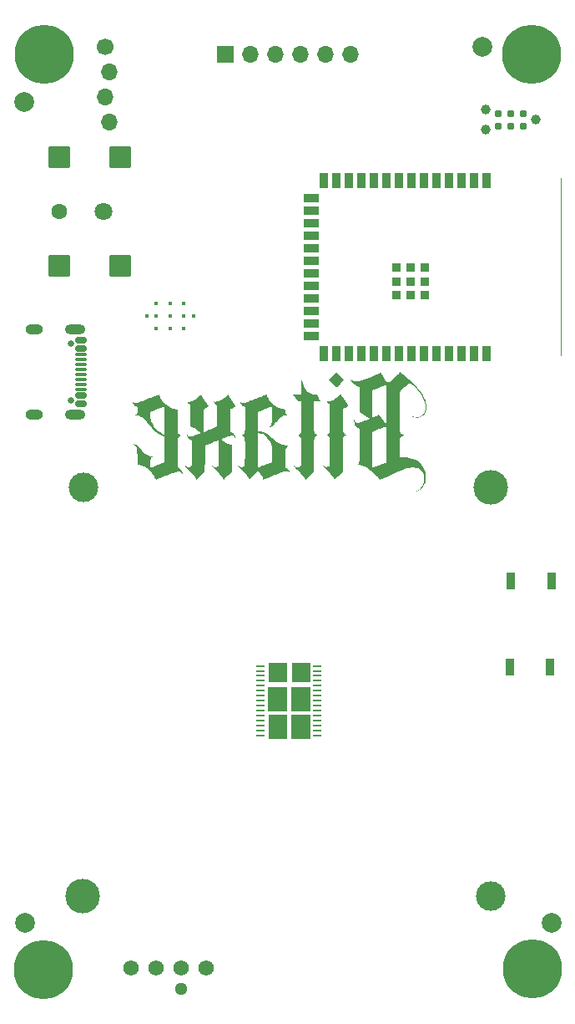
<source format=gbr>
%TF.GenerationSoftware,KiCad,Pcbnew,8.0.1*%
%TF.CreationDate,2024-06-21T14:23:06+08:00*%
%TF.ProjectId,bitaxeSupra,62697461-7865-4537-9570-72612e6b6963,rev?*%
%TF.SameCoordinates,Original*%
%TF.FileFunction,Soldermask,Bot*%
%TF.FilePolarity,Negative*%
%FSLAX46Y46*%
G04 Gerber Fmt 4.6, Leading zero omitted, Abs format (unit mm)*
G04 Created by KiCad (PCBNEW 8.0.1) date 2024-06-21 14:23:06*
%MOMM*%
%LPD*%
G01*
G04 APERTURE LIST*
G04 Aperture macros list*
%AMRoundRect*
0 Rectangle with rounded corners*
0 $1 Rounding radius*
0 $2 $3 $4 $5 $6 $7 $8 $9 X,Y pos of 4 corners*
0 Add a 4 corners polygon primitive as box body*
4,1,4,$2,$3,$4,$5,$6,$7,$8,$9,$2,$3,0*
0 Add four circle primitives for the rounded corners*
1,1,$1+$1,$2,$3*
1,1,$1+$1,$4,$5*
1,1,$1+$1,$6,$7*
1,1,$1+$1,$8,$9*
0 Add four rect primitives between the rounded corners*
20,1,$1+$1,$2,$3,$4,$5,0*
20,1,$1+$1,$4,$5,$6,$7,0*
20,1,$1+$1,$6,$7,$8,$9,0*
20,1,$1+$1,$8,$9,$2,$3,0*%
G04 Aperture macros list end*
%ADD10C,0.120000*%
%ADD11C,0.000000*%
%ADD12C,3.000000*%
%ADD13C,0.800000*%
%ADD14C,6.000000*%
%ADD15R,1.700000X1.700000*%
%ADD16O,1.700000X1.700000*%
%ADD17C,3.500000*%
%ADD18C,0.400000*%
%ADD19C,1.295400*%
%ADD20C,1.574800*%
%ADD21C,1.700000*%
%ADD22C,2.000000*%
%ADD23C,0.650000*%
%ADD24RoundRect,0.150000X0.425000X-0.150000X0.425000X0.150000X-0.425000X0.150000X-0.425000X-0.150000X0*%
%ADD25RoundRect,0.075000X0.500000X-0.075000X0.500000X0.075000X-0.500000X0.075000X-0.500000X-0.075000X0*%
%ADD26O,1.800000X1.000000*%
%ADD27O,2.100000X1.000000*%
%ADD28R,0.900000X1.500000*%
%ADD29R,1.500000X0.900000*%
%ADD30R,0.900000X0.900000*%
%ADD31C,0.990600*%
%ADD32C,0.787400*%
%ADD33RoundRect,0.055250X0.340750X0.055250X-0.340750X0.055250X-0.340750X-0.055250X0.340750X-0.055250X0*%
%ADD34C,1.600000*%
%ADD35C,1.800000*%
%ADD36RoundRect,0.102000X1.000000X-1.000000X1.000000X1.000000X-1.000000X1.000000X-1.000000X-1.000000X0*%
%ADD37R,0.900000X1.800000*%
G04 APERTURE END LIST*
D10*
%TO.C,U4*%
X133180000Y-81610000D02*
X133180000Y-63610000D01*
%TO.C,U8*%
X105320562Y-112746000D02*
X103540562Y-112746000D01*
X103540562Y-114616000D01*
X105320562Y-114616000D01*
X105320562Y-112746000D01*
G36*
X105320562Y-112746000D02*
G01*
X103540562Y-112746000D01*
X103540562Y-114616000D01*
X105320562Y-114616000D01*
X105320562Y-112746000D01*
G37*
X105320562Y-115206000D02*
X103520562Y-115206000D01*
X103520562Y-117566000D01*
X105320562Y-117566000D01*
X105320562Y-115206000D01*
G36*
X105320562Y-115206000D02*
G01*
X103520562Y-115206000D01*
X103520562Y-117566000D01*
X105320562Y-117566000D01*
X105320562Y-115206000D01*
G37*
X105340562Y-118016000D02*
X103540562Y-118016000D01*
X103540562Y-120376000D01*
X105340562Y-120376000D01*
X105340562Y-118016000D01*
G36*
X105340562Y-118016000D02*
G01*
X103540562Y-118016000D01*
X103540562Y-120376000D01*
X105340562Y-120376000D01*
X105340562Y-118016000D01*
G37*
X107690562Y-112746000D02*
X105910562Y-112746000D01*
X105910562Y-114626000D01*
X107690562Y-114626000D01*
X107690562Y-112746000D01*
G36*
X107690562Y-112746000D02*
G01*
X105910562Y-112746000D01*
X105910562Y-114626000D01*
X107690562Y-114626000D01*
X107690562Y-112746000D01*
G37*
X107690562Y-115196000D02*
X105890562Y-115196000D01*
X105890562Y-117556000D01*
X107690562Y-117556000D01*
X107690562Y-115196000D01*
G36*
X107690562Y-115196000D02*
G01*
X105890562Y-115196000D01*
X105890562Y-117556000D01*
X107690562Y-117556000D01*
X107690562Y-115196000D01*
G37*
X107690562Y-118016000D02*
X105890562Y-118016000D01*
X105890562Y-120376000D01*
X107690562Y-120376000D01*
X107690562Y-118016000D01*
G36*
X107690562Y-118016000D02*
G01*
X105890562Y-118016000D01*
X105890562Y-120376000D01*
X107690562Y-120376000D01*
X107690562Y-118016000D01*
G37*
D11*
%TO.C,G\u002A\u002A\u002A*%
G36*
X110835225Y-83669191D02*
G01*
X111225774Y-84059740D01*
X110840646Y-84445290D01*
X110743775Y-84541920D01*
X110649131Y-84635592D01*
X110567917Y-84715197D01*
X110504115Y-84776859D01*
X110461707Y-84816699D01*
X110444677Y-84830841D01*
X110429633Y-84818501D01*
X110388808Y-84780268D01*
X110326321Y-84719953D01*
X110246154Y-84641434D01*
X110152289Y-84548587D01*
X110048708Y-84445290D01*
X109663579Y-84059740D01*
X110054128Y-83669191D01*
X110444677Y-83278642D01*
X110835225Y-83669191D01*
G37*
G36*
X106952962Y-84218195D02*
G01*
X107012788Y-84384727D01*
X107130174Y-84656382D01*
X107260097Y-84893409D01*
X107401616Y-85094547D01*
X107553792Y-85258537D01*
X107715685Y-85384116D01*
X107886356Y-85470027D01*
X107916657Y-85479077D01*
X107996489Y-85494470D01*
X108098933Y-85507422D01*
X108211773Y-85516200D01*
X108448024Y-85528872D01*
X108633717Y-85851383D01*
X108687239Y-85945026D01*
X108740061Y-86039000D01*
X108781920Y-86115205D01*
X108809482Y-86167559D01*
X108819410Y-86189981D01*
X108812654Y-86193248D01*
X108772106Y-86198329D01*
X108701063Y-86202393D01*
X108606604Y-86205090D01*
X108495806Y-86206067D01*
X108172203Y-86206067D01*
X108178046Y-87763614D01*
X108179056Y-88029567D01*
X108180108Y-88286071D01*
X108181182Y-88506491D01*
X108182369Y-88693760D01*
X108183761Y-88850811D01*
X108185446Y-88980576D01*
X108187518Y-89085988D01*
X108190065Y-89169980D01*
X108193180Y-89235484D01*
X108196952Y-89285434D01*
X108201474Y-89322762D01*
X108206835Y-89350400D01*
X108213126Y-89371282D01*
X108220439Y-89388341D01*
X108228864Y-89404508D01*
X108261787Y-89457864D01*
X108349332Y-89557893D01*
X108450475Y-89629877D01*
X108508694Y-89659932D01*
X108417585Y-89713326D01*
X108319765Y-89792653D01*
X108242377Y-89900266D01*
X108195128Y-90023485D01*
X108193591Y-90033321D01*
X108189824Y-90086905D01*
X108186397Y-90179408D01*
X108183334Y-90308844D01*
X108180661Y-90473224D01*
X108178401Y-90670562D01*
X108176578Y-90898870D01*
X108175218Y-91156162D01*
X108174344Y-91440449D01*
X108173980Y-91749745D01*
X108173471Y-93386531D01*
X107742630Y-93787538D01*
X107311790Y-94188545D01*
X107277386Y-94097910D01*
X107247290Y-94032073D01*
X107177868Y-93916154D01*
X107082976Y-93783702D01*
X106967059Y-93640128D01*
X106834561Y-93490847D01*
X106689927Y-93341272D01*
X106537600Y-93196816D01*
X106483754Y-93146978D01*
X106402109Y-93067371D01*
X106327474Y-92990122D01*
X106262576Y-92918696D01*
X106210143Y-92856560D01*
X106172904Y-92807181D01*
X106153586Y-92774024D01*
X106154918Y-92760556D01*
X106179628Y-92770243D01*
X106230444Y-92806551D01*
X106299366Y-92857410D01*
X106369454Y-92896819D01*
X106436950Y-92916253D01*
X106516137Y-92921454D01*
X106532152Y-92921097D01*
X106642284Y-92901731D01*
X106745371Y-92857661D01*
X106824867Y-92795630D01*
X106826684Y-92793536D01*
X106833773Y-92782700D01*
X106839814Y-92766544D01*
X106844873Y-92742039D01*
X106849018Y-92706155D01*
X106852314Y-92655863D01*
X106854829Y-92588133D01*
X106856628Y-92499937D01*
X106857778Y-92388244D01*
X106858346Y-92250025D01*
X106858398Y-92082251D01*
X106858000Y-91881892D01*
X106857219Y-91645920D01*
X106856122Y-91371304D01*
X106850337Y-89987937D01*
X106790861Y-89886750D01*
X106733692Y-89809469D01*
X106627929Y-89721251D01*
X106524473Y-89656939D01*
X106595168Y-89620671D01*
X106660367Y-89577358D01*
X106737556Y-89503287D01*
X106800898Y-89418954D01*
X106838416Y-89338263D01*
X106840403Y-89327806D01*
X106845101Y-89272011D01*
X106849184Y-89174805D01*
X106852651Y-89036374D01*
X106855498Y-88856905D01*
X106857723Y-88636583D01*
X106859323Y-88375593D01*
X106860296Y-88074124D01*
X106860639Y-87732359D01*
X106860755Y-86206067D01*
X106708307Y-86206067D01*
X106555859Y-86206067D01*
X106282673Y-85867470D01*
X106009487Y-85528872D01*
X106435121Y-85523240D01*
X106860755Y-85517608D01*
X106861024Y-84731444D01*
X106861292Y-83945279D01*
X106952962Y-84218195D01*
G37*
G36*
X110875684Y-85508401D02*
G01*
X110901173Y-85546235D01*
X110945271Y-85612062D01*
X111005209Y-85701741D01*
X111078222Y-85811131D01*
X111161542Y-85936090D01*
X111252402Y-86072478D01*
X111628268Y-86636921D01*
X111578013Y-86701135D01*
X111533263Y-86747758D01*
X111443903Y-86815237D01*
X111334780Y-86877924D01*
X111218190Y-86928062D01*
X111111453Y-86965971D01*
X111111453Y-88107771D01*
X111111446Y-88275760D01*
X111111559Y-88507622D01*
X111112114Y-88703489D01*
X111113445Y-88866832D01*
X111115885Y-89001120D01*
X111119767Y-89109823D01*
X111125425Y-89196412D01*
X111133192Y-89264355D01*
X111143400Y-89317123D01*
X111156384Y-89358185D01*
X111172477Y-89391011D01*
X111192011Y-89419071D01*
X111215321Y-89445835D01*
X111242739Y-89474772D01*
X111256864Y-89488805D01*
X111322178Y-89541654D01*
X111387734Y-89580913D01*
X111466066Y-89616790D01*
X111381498Y-89654924D01*
X111375494Y-89657712D01*
X111281872Y-89720387D01*
X111198671Y-89808646D01*
X111140101Y-89907615D01*
X111138050Y-89913353D01*
X111132956Y-89936914D01*
X111128511Y-89974168D01*
X111124674Y-90027659D01*
X111121401Y-90099929D01*
X111118649Y-90193524D01*
X111116374Y-90310985D01*
X111114534Y-90454858D01*
X111113085Y-90627686D01*
X111111983Y-90832012D01*
X111111187Y-91070380D01*
X111110652Y-91345334D01*
X111110335Y-91659417D01*
X111109217Y-93342654D01*
X110688391Y-93742728D01*
X110674494Y-93755934D01*
X110565705Y-93858938D01*
X110467267Y-93951493D01*
X110383136Y-94029930D01*
X110317265Y-94090579D01*
X110273609Y-94129771D01*
X110256123Y-94143836D01*
X110253726Y-94142893D01*
X110237968Y-94118544D01*
X110218096Y-94071351D01*
X110201334Y-94030446D01*
X110153397Y-93941437D01*
X110083781Y-93838666D01*
X109990413Y-93719559D01*
X109871219Y-93581541D01*
X109724123Y-93422036D01*
X109547051Y-93238470D01*
X109543132Y-93234475D01*
X109396872Y-93084228D01*
X109277197Y-92958886D01*
X109184596Y-92859026D01*
X109119552Y-92785223D01*
X109082554Y-92738053D01*
X109074086Y-92718092D01*
X109094636Y-92725916D01*
X109144690Y-92762100D01*
X109161332Y-92775007D01*
X109222126Y-92820072D01*
X109267670Y-92847117D01*
X109311821Y-92863145D01*
X109368432Y-92875156D01*
X109424247Y-92880245D01*
X109532354Y-92868158D01*
X109635541Y-92832791D01*
X109716601Y-92778902D01*
X109777901Y-92720173D01*
X109777784Y-91364474D01*
X109777450Y-91061641D01*
X109776407Y-90777058D01*
X109774652Y-90533703D01*
X109772182Y-90331350D01*
X109768993Y-90169770D01*
X109765081Y-90048738D01*
X109760444Y-89968026D01*
X109755076Y-89927406D01*
X109729641Y-89873164D01*
X109684106Y-89807892D01*
X109627056Y-89741021D01*
X109567001Y-89681715D01*
X109512452Y-89639140D01*
X109471918Y-89622460D01*
X109461738Y-89621456D01*
X109460241Y-89611288D01*
X109496605Y-89588775D01*
X109590651Y-89524440D01*
X109677420Y-89436473D01*
X109738314Y-89341998D01*
X109739156Y-89340168D01*
X109746794Y-89321373D01*
X109753334Y-89298885D01*
X109758862Y-89269539D01*
X109763465Y-89230169D01*
X109767229Y-89177612D01*
X109770239Y-89108701D01*
X109772582Y-89020272D01*
X109774344Y-88909160D01*
X109775610Y-88772200D01*
X109776467Y-88606226D01*
X109777001Y-88408073D01*
X109777298Y-88174578D01*
X109777443Y-87902574D01*
X109777901Y-86546497D01*
X109723429Y-86517344D01*
X109717003Y-86513566D01*
X109670874Y-86477206D01*
X109611948Y-86421367D01*
X109551012Y-86357292D01*
X109498855Y-86296221D01*
X109466268Y-86249396D01*
X109462396Y-86239552D01*
X109467939Y-86227474D01*
X109494743Y-86220368D01*
X109549610Y-86216913D01*
X109639339Y-86215787D01*
X109644743Y-86215764D01*
X109745420Y-86213103D01*
X109821565Y-86204306D01*
X109889472Y-86186406D01*
X109965431Y-86156439D01*
X110083913Y-86098122D01*
X110261573Y-85989272D01*
X110451696Y-85850389D01*
X110649303Y-85684906D01*
X110675153Y-85662002D01*
X110750198Y-85596617D01*
X110811604Y-85544759D01*
X110853607Y-85511228D01*
X110870442Y-85500822D01*
X110875684Y-85508401D01*
G37*
G36*
X94321726Y-88203688D02*
G01*
X94327450Y-89345307D01*
X94390708Y-89447836D01*
X94449755Y-89524977D01*
X94562645Y-89615543D01*
X94671323Y-89680721D01*
X94606011Y-89707774D01*
X94543402Y-89739855D01*
X94442182Y-89826730D01*
X94366349Y-89945412D01*
X94317438Y-90050447D01*
X94317235Y-91492995D01*
X94317031Y-92935544D01*
X94374332Y-92949316D01*
X94504813Y-92999651D01*
X94623731Y-93085425D01*
X94720321Y-93199404D01*
X94789662Y-93335721D01*
X94826830Y-93488511D01*
X94839564Y-93592695D01*
X94798954Y-93519767D01*
X94767864Y-93468659D01*
X94696223Y-93385706D01*
X94612548Y-93336540D01*
X94509179Y-93315767D01*
X94396328Y-93317778D01*
X94279739Y-93339423D01*
X94277012Y-93340249D01*
X94230067Y-93356189D01*
X94151537Y-93384567D01*
X94045832Y-93423686D01*
X93917364Y-93471846D01*
X93770541Y-93527347D01*
X93609773Y-93588491D01*
X93439472Y-93653579D01*
X93264047Y-93720910D01*
X93087908Y-93788787D01*
X92915465Y-93855510D01*
X92751128Y-93919380D01*
X92599308Y-93978697D01*
X92464414Y-94031763D01*
X92350857Y-94076879D01*
X92263046Y-94112345D01*
X92205393Y-94136462D01*
X92182306Y-94147531D01*
X92156950Y-94162429D01*
X92123410Y-94161789D01*
X92108335Y-94137849D01*
X92107708Y-94130648D01*
X92092011Y-94080784D01*
X92058316Y-94005401D01*
X92010789Y-93911903D01*
X91953592Y-93807696D01*
X91890888Y-93700184D01*
X91826843Y-93596772D01*
X91765618Y-93504865D01*
X91711378Y-93431868D01*
X91633746Y-93341345D01*
X91428675Y-93144290D01*
X91199837Y-92976294D01*
X90952588Y-92840495D01*
X90692285Y-92740029D01*
X90424283Y-92678034D01*
X90264283Y-92653320D01*
X90251592Y-91883221D01*
X90250405Y-91812732D01*
X90246370Y-91603183D01*
X90241813Y-91429431D01*
X90236204Y-91286956D01*
X90229012Y-91171235D01*
X90219709Y-91077750D01*
X90207764Y-91001978D01*
X90192648Y-90939400D01*
X90173831Y-90885494D01*
X90150784Y-90835740D01*
X90122975Y-90785617D01*
X90120847Y-90782042D01*
X90055158Y-90699440D01*
X89968535Y-90624924D01*
X89878803Y-90573944D01*
X89873811Y-90570360D01*
X89893019Y-90568784D01*
X89941313Y-90573315D01*
X90042375Y-90597494D01*
X90160102Y-90644707D01*
X90275032Y-90706919D01*
X90371015Y-90776491D01*
X90398820Y-90803695D01*
X90454315Y-90864996D01*
X90523987Y-90947126D01*
X90601656Y-91042752D01*
X90681141Y-91144537D01*
X90734840Y-91213508D01*
X90818912Y-91317242D01*
X90899591Y-91412229D01*
X90969785Y-91490190D01*
X91022398Y-91542845D01*
X91062638Y-91577211D01*
X91215232Y-91682141D01*
X91381116Y-91762486D01*
X91549910Y-91813887D01*
X91711234Y-91831990D01*
X91805458Y-91831990D01*
X91727919Y-91884679D01*
X91726511Y-91885637D01*
X91680191Y-91919536D01*
X91644507Y-91954123D01*
X91617967Y-91995254D01*
X91599082Y-92048782D01*
X91586361Y-92120563D01*
X91578314Y-92216452D01*
X91573451Y-92342305D01*
X91570280Y-92503975D01*
X91570271Y-92504579D01*
X91568454Y-92654882D01*
X91568425Y-92767967D01*
X91570389Y-92848244D01*
X91574549Y-92900125D01*
X91581111Y-92928019D01*
X91590277Y-92936337D01*
X91591076Y-92936279D01*
X91620124Y-92927830D01*
X91682001Y-92906515D01*
X91771195Y-92874430D01*
X91882191Y-92833666D01*
X92009476Y-92786318D01*
X92147538Y-92734478D01*
X92290864Y-92680241D01*
X92433940Y-92625699D01*
X92571254Y-92572945D01*
X92697292Y-92524073D01*
X92806541Y-92481175D01*
X92893488Y-92446347D01*
X92952621Y-92421679D01*
X92978425Y-92409267D01*
X92980554Y-92406582D01*
X92985763Y-92388149D01*
X92990120Y-92351420D01*
X92993668Y-92293796D01*
X92996447Y-92212681D01*
X92998497Y-92105477D01*
X92999861Y-91969587D01*
X93000578Y-91802416D01*
X93000690Y-91601364D01*
X93000238Y-91363836D01*
X92999262Y-91087234D01*
X92993897Y-89785247D01*
X92845552Y-89747576D01*
X92795197Y-89733623D01*
X92584188Y-89650458D01*
X92373511Y-89528486D01*
X92166508Y-89369879D01*
X91966522Y-89176806D01*
X91954304Y-89163562D01*
X91894802Y-89097043D01*
X91816697Y-89007551D01*
X91726200Y-88902295D01*
X91629520Y-88788485D01*
X91532865Y-88673329D01*
X91411974Y-88529984D01*
X91249584Y-88344170D01*
X91104594Y-88187826D01*
X90973619Y-88057822D01*
X90853274Y-87951029D01*
X90740175Y-87864315D01*
X90630938Y-87794552D01*
X90522177Y-87738608D01*
X90514875Y-87735308D01*
X90404294Y-87692014D01*
X90286919Y-87656257D01*
X90177336Y-87631939D01*
X90090130Y-87622966D01*
X90018498Y-87622966D01*
X90056588Y-87597653D01*
X91567307Y-87597653D01*
X91567708Y-87650108D01*
X91576720Y-87862890D01*
X91599702Y-88047668D01*
X91639589Y-88214539D01*
X91699311Y-88373600D01*
X91781803Y-88534948D01*
X91889995Y-88708680D01*
X91917006Y-88748242D01*
X92050892Y-88921724D01*
X92203075Y-89088150D01*
X92366516Y-89241311D01*
X92534179Y-89374999D01*
X92699026Y-89483007D01*
X92854021Y-89559125D01*
X92900901Y-89576869D01*
X92955065Y-89595307D01*
X92984250Y-89602457D01*
X92987222Y-89592193D01*
X92991070Y-89543051D01*
X92994468Y-89454586D01*
X92997396Y-89328175D01*
X92999836Y-89165195D01*
X93001767Y-88967024D01*
X93003170Y-88735040D01*
X93004026Y-88470619D01*
X93004316Y-88175140D01*
X93004259Y-88026074D01*
X93003937Y-87793751D01*
X93003352Y-87576138D01*
X93002527Y-87376604D01*
X93001489Y-87198520D01*
X93000260Y-87045257D01*
X92998866Y-86920185D01*
X92997331Y-86826675D01*
X92995680Y-86768097D01*
X92993937Y-86747822D01*
X92991503Y-86748422D01*
X92959821Y-86759684D01*
X92896275Y-86783599D01*
X92806237Y-86818064D01*
X92695077Y-86860979D01*
X92568166Y-86910239D01*
X92430874Y-86963742D01*
X92288571Y-87019386D01*
X92146628Y-87075069D01*
X92010417Y-87128688D01*
X91885306Y-87178140D01*
X91776668Y-87221323D01*
X91689872Y-87256135D01*
X91630289Y-87280473D01*
X91603290Y-87292234D01*
X91594124Y-87298428D01*
X91582050Y-87315882D01*
X91574136Y-87347708D01*
X91569576Y-87400731D01*
X91567568Y-87481772D01*
X91567307Y-87597653D01*
X90056588Y-87597653D01*
X90089298Y-87575915D01*
X90109228Y-87560563D01*
X90163325Y-87502836D01*
X90206982Y-87436061D01*
X90217845Y-87413574D01*
X90233814Y-87371933D01*
X90244274Y-87324765D01*
X90250353Y-87263036D01*
X90253174Y-87177714D01*
X90253865Y-87059764D01*
X90253865Y-86776270D01*
X90143230Y-86741395D01*
X90058403Y-86706242D01*
X89939051Y-86622638D01*
X89843108Y-86510508D01*
X89775444Y-86376095D01*
X89740927Y-86225641D01*
X89729100Y-86112301D01*
X89775716Y-86202561D01*
X89838802Y-86289077D01*
X89932429Y-86361967D01*
X90039340Y-86403558D01*
X90070304Y-86406574D01*
X90146405Y-86401553D01*
X90233759Y-86384628D01*
X90243350Y-86381914D01*
X90296052Y-86364473D01*
X90379854Y-86334744D01*
X90490374Y-86294407D01*
X90623228Y-86245146D01*
X90774034Y-86188642D01*
X90938409Y-86126576D01*
X91111969Y-86060630D01*
X91290333Y-85992487D01*
X91469118Y-85923827D01*
X91643940Y-85856333D01*
X91810416Y-85791686D01*
X91964165Y-85731569D01*
X92100803Y-85677662D01*
X92215947Y-85631648D01*
X92305215Y-85595208D01*
X92364223Y-85570025D01*
X92388590Y-85557779D01*
X92414471Y-85541528D01*
X92448806Y-85549415D01*
X92472066Y-85595165D01*
X92475889Y-85607757D01*
X92497208Y-85662159D01*
X92530356Y-85736720D01*
X92569968Y-85819160D01*
X92595756Y-85869606D01*
X92758633Y-86140535D01*
X92945653Y-86377530D01*
X93156687Y-86580498D01*
X93391607Y-86749341D01*
X93650281Y-86883965D01*
X93932582Y-86984274D01*
X94238379Y-87050172D01*
X94316002Y-87062069D01*
X94321583Y-88175140D01*
X94321726Y-88203688D01*
G37*
G36*
X105245907Y-92057041D02*
G01*
X105245907Y-92917613D01*
X105370928Y-92967812D01*
X105430008Y-92995089D01*
X105554364Y-93083226D01*
X105649593Y-93200838D01*
X105714408Y-93346505D01*
X105734620Y-93417897D01*
X105750000Y-93484787D01*
X105755573Y-93527171D01*
X105753328Y-93550543D01*
X105743744Y-93547509D01*
X105721785Y-93509348D01*
X105693905Y-93462287D01*
X105611304Y-93368746D01*
X105512841Y-93310573D01*
X105402588Y-93290562D01*
X105354520Y-93295517D01*
X105280084Y-93309868D01*
X105198761Y-93330325D01*
X105196858Y-93330871D01*
X105147588Y-93346997D01*
X105066904Y-93375570D01*
X104959208Y-93414896D01*
X104828901Y-93463281D01*
X104680384Y-93519031D01*
X104518060Y-93580452D01*
X104346329Y-93645850D01*
X104169594Y-93713530D01*
X103992255Y-93781799D01*
X103818714Y-93848961D01*
X103653373Y-93913324D01*
X103500633Y-93973193D01*
X103364896Y-94026874D01*
X103250563Y-94072673D01*
X103162036Y-94108895D01*
X103103716Y-94133846D01*
X103080005Y-94145833D01*
X103066191Y-94157840D01*
X103049936Y-94160477D01*
X103033194Y-94141356D01*
X103011533Y-94094620D01*
X102980518Y-94014414D01*
X102957215Y-93956363D01*
X102865871Y-93771175D01*
X102749948Y-93583181D01*
X102617823Y-93406421D01*
X102498437Y-93261820D01*
X102054938Y-93718972D01*
X102010996Y-93764104D01*
X101902447Y-93874102D01*
X101806275Y-93969421D01*
X101725747Y-94046955D01*
X101664126Y-94103597D01*
X101624678Y-94136240D01*
X101610667Y-94141776D01*
X101610188Y-94135996D01*
X101594021Y-94084945D01*
X101558675Y-94011146D01*
X101509185Y-93923607D01*
X101450586Y-93831333D01*
X101387913Y-93743331D01*
X101356524Y-93704912D01*
X101294815Y-93634712D01*
X101213091Y-93545222D01*
X101116602Y-93442104D01*
X101010600Y-93331021D01*
X100900335Y-93217634D01*
X100861484Y-93178017D01*
X100728732Y-93041405D01*
X100625077Y-92932341D01*
X100549720Y-92849813D01*
X100501860Y-92792811D01*
X100480696Y-92760325D01*
X100485428Y-92751343D01*
X100515255Y-92764856D01*
X100569376Y-92799853D01*
X100621986Y-92833797D01*
X100684304Y-92868648D01*
X100728345Y-92887115D01*
X100754000Y-92891983D01*
X100854280Y-92890795D01*
X100963060Y-92865032D01*
X101063798Y-92818099D01*
X101161904Y-92757447D01*
X101167267Y-91417164D01*
X101167527Y-91347696D01*
X101167849Y-91206887D01*
X102485038Y-91206887D01*
X102485101Y-91363235D01*
X102485493Y-91620762D01*
X102486217Y-91864144D01*
X102487246Y-92090323D01*
X102488553Y-92296239D01*
X102490109Y-92478834D01*
X102491887Y-92635049D01*
X102493859Y-92761825D01*
X102495998Y-92856105D01*
X102498276Y-92914828D01*
X102500665Y-92934936D01*
X102519082Y-92928771D01*
X102572479Y-92909080D01*
X102656175Y-92877532D01*
X102765668Y-92835843D01*
X102896456Y-92785727D01*
X103044036Y-92728899D01*
X103203906Y-92667074D01*
X103891518Y-92400612D01*
X103896970Y-91570235D01*
X103898110Y-91398476D01*
X103899062Y-91211383D01*
X103898896Y-91057340D01*
X103897027Y-90931497D01*
X103892866Y-90829007D01*
X103885829Y-90745021D01*
X103875328Y-90674692D01*
X103860777Y-90613171D01*
X103841589Y-90555610D01*
X103817178Y-90497162D01*
X103786957Y-90432977D01*
X103750340Y-90358209D01*
X103710480Y-90281669D01*
X103588173Y-90089899D01*
X103445758Y-89917878D01*
X103287874Y-89769139D01*
X103119161Y-89647217D01*
X102944256Y-89555645D01*
X102767800Y-89497956D01*
X102594431Y-89477684D01*
X102485038Y-89477437D01*
X102485038Y-91206887D01*
X101167849Y-91206887D01*
X101168186Y-91059654D01*
X101168058Y-90802734D01*
X101167160Y-90578444D01*
X101165509Y-90388289D01*
X101163121Y-90233776D01*
X101160012Y-90116412D01*
X101156200Y-90037703D01*
X101151701Y-89999156D01*
X101146978Y-89983090D01*
X101093056Y-89872002D01*
X101011135Y-89775451D01*
X100912147Y-89706778D01*
X100814920Y-89659712D01*
X100895809Y-89623496D01*
X100952938Y-89589809D01*
X101035424Y-89515822D01*
X101104781Y-89425817D01*
X101148140Y-89334529D01*
X101150874Y-89322142D01*
X101156156Y-89274719D01*
X101160633Y-89197578D01*
X101164335Y-89089011D01*
X101167294Y-88947312D01*
X101169541Y-88770773D01*
X101171107Y-88557687D01*
X101172024Y-88306346D01*
X101172322Y-88015043D01*
X101172322Y-86776270D01*
X101061688Y-86741395D01*
X100976861Y-86706242D01*
X100857509Y-86622638D01*
X100761566Y-86510508D01*
X100693901Y-86376095D01*
X100659385Y-86225641D01*
X100647558Y-86112301D01*
X100694174Y-86202561D01*
X100757393Y-86289208D01*
X100850913Y-86361994D01*
X100957591Y-86403513D01*
X100983192Y-86406375D01*
X101061203Y-86401151D01*
X101155540Y-86381207D01*
X101170133Y-86376746D01*
X101228147Y-86356820D01*
X101318109Y-86324409D01*
X101435294Y-86281315D01*
X101574974Y-86229342D01*
X101732423Y-86170292D01*
X101902914Y-86105966D01*
X102081721Y-86038168D01*
X102264115Y-85968700D01*
X102445372Y-85899364D01*
X102620763Y-85831963D01*
X102785563Y-85768298D01*
X102935043Y-85710173D01*
X103064479Y-85659390D01*
X103169142Y-85617751D01*
X103244306Y-85587059D01*
X103285245Y-85569115D01*
X103316302Y-85554335D01*
X103356014Y-85542142D01*
X103376900Y-85554798D01*
X103390524Y-85595165D01*
X103408235Y-85646507D01*
X103445078Y-85729953D01*
X103494694Y-85830182D01*
X103551983Y-85937350D01*
X103611849Y-86041616D01*
X103669192Y-86133138D01*
X103677407Y-86145375D01*
X103819863Y-86327650D01*
X103991568Y-86501823D01*
X104182778Y-86659787D01*
X104383750Y-86793439D01*
X104584739Y-86894673D01*
X104686352Y-86932559D01*
X104838590Y-86979085D01*
X105001368Y-87019755D01*
X105157351Y-87049874D01*
X105235489Y-87062262D01*
X105235832Y-87212384D01*
X105238365Y-87275518D01*
X105263321Y-87400449D01*
X105316628Y-87498900D01*
X105400372Y-87575467D01*
X105470856Y-87622966D01*
X105389637Y-87623274D01*
X105342452Y-87626378D01*
X105260955Y-87637788D01*
X105176626Y-87654651D01*
X105168801Y-87656518D01*
X105045374Y-87693013D01*
X104931246Y-87742438D01*
X104821443Y-87808680D01*
X104710993Y-87895628D01*
X104594922Y-88007171D01*
X104468254Y-88147195D01*
X104326018Y-88319590D01*
X104282507Y-88373427D01*
X104152540Y-88524765D01*
X104035793Y-88643604D01*
X103927727Y-88733388D01*
X103823802Y-88797564D01*
X103719480Y-88839575D01*
X103610222Y-88862866D01*
X103516457Y-88875353D01*
X103578967Y-88840531D01*
X103614314Y-88819059D01*
X103722445Y-88727057D01*
X103801212Y-88615712D01*
X103817538Y-88582297D01*
X103839986Y-88527551D01*
X103858492Y-88466967D01*
X103873521Y-88396066D01*
X103885538Y-88310368D01*
X103895008Y-88205395D01*
X103902396Y-88076666D01*
X103908168Y-87919703D01*
X103912789Y-87730026D01*
X103916722Y-87503155D01*
X103918938Y-87331049D01*
X103920220Y-87172141D01*
X103920579Y-87031738D01*
X103920037Y-86914473D01*
X103918615Y-86824977D01*
X103916334Y-86767883D01*
X103913217Y-86747822D01*
X103911509Y-86748169D01*
X103881561Y-86758513D01*
X103819409Y-86781673D01*
X103730439Y-86815544D01*
X103620033Y-86858017D01*
X103493574Y-86906988D01*
X103356446Y-86960350D01*
X103214031Y-87015995D01*
X103071713Y-87071817D01*
X102934875Y-87125710D01*
X102808900Y-87175568D01*
X102699172Y-87219283D01*
X102611073Y-87254749D01*
X102549987Y-87279860D01*
X102521297Y-87292509D01*
X102520880Y-87292735D01*
X102512403Y-87299608D01*
X102505397Y-87312441D01*
X102499752Y-87334805D01*
X102495353Y-87370271D01*
X102492090Y-87422410D01*
X102489848Y-87494794D01*
X102488517Y-87590994D01*
X102487983Y-87714581D01*
X102488134Y-87869126D01*
X102488858Y-88058200D01*
X102490041Y-88285376D01*
X102495456Y-89258651D01*
X102682987Y-89271588D01*
X102787792Y-89282177D01*
X102905062Y-89304056D01*
X103019997Y-89338459D01*
X103137092Y-89387853D01*
X103260844Y-89454704D01*
X103395750Y-89541480D01*
X103546306Y-89650647D01*
X103717009Y-89784672D01*
X103912355Y-89946021D01*
X104063378Y-90070861D01*
X104258942Y-90224002D01*
X104436714Y-90350755D01*
X104602421Y-90453993D01*
X104761789Y-90536591D01*
X104920541Y-90601423D01*
X105084404Y-90651362D01*
X105259103Y-90689283D01*
X105450363Y-90718060D01*
X105550635Y-90730584D01*
X105464210Y-90824345D01*
X105416622Y-90883718D01*
X105359239Y-90970458D01*
X105311846Y-91057287D01*
X105245907Y-91196469D01*
X105245907Y-91211383D01*
X105245907Y-92057041D01*
G37*
G36*
X96706501Y-85545981D02*
G01*
X96733746Y-85582419D01*
X96779421Y-85646962D01*
X96840714Y-85735534D01*
X96914811Y-85844058D01*
X96998900Y-85968457D01*
X97090168Y-86104653D01*
X97097526Y-86115680D01*
X97199815Y-86269346D01*
X97281048Y-86392518D01*
X97343387Y-86488969D01*
X97388996Y-86562474D01*
X97420041Y-86616805D01*
X97438685Y-86655736D01*
X97447092Y-86683040D01*
X97447426Y-86702490D01*
X97441852Y-86717861D01*
X97403760Y-86765286D01*
X97336242Y-86823661D01*
X97250643Y-86883879D01*
X97157364Y-86938652D01*
X97066802Y-86980692D01*
X96942462Y-87028906D01*
X96942462Y-88190661D01*
X96942504Y-88337706D01*
X96942711Y-88545010D01*
X96943077Y-88736786D01*
X96943586Y-88909299D01*
X96944219Y-89058812D01*
X96944961Y-89181593D01*
X96945795Y-89273905D01*
X96946704Y-89332013D01*
X96947671Y-89352183D01*
X96947698Y-89352180D01*
X96968225Y-89344530D01*
X97023120Y-89323347D01*
X97108047Y-89290323D01*
X97218668Y-89247151D01*
X97350647Y-89195523D01*
X97499647Y-89137132D01*
X97661330Y-89073671D01*
X98369779Y-88795393D01*
X98362012Y-87708027D01*
X98354244Y-86620662D01*
X98177209Y-86443627D01*
X98175209Y-86441626D01*
X98107799Y-86372952D01*
X98053813Y-86315646D01*
X98018693Y-86275644D01*
X98007881Y-86258886D01*
X98016822Y-86257395D01*
X98057030Y-86260608D01*
X98116841Y-86270096D01*
X98188347Y-86277931D01*
X98338102Y-86265427D01*
X98503088Y-86218008D01*
X98680623Y-86136997D01*
X98868029Y-86023716D01*
X99062626Y-85879484D01*
X99261732Y-85705624D01*
X99334897Y-85639603D01*
X99396864Y-85588785D01*
X99441359Y-85558013D01*
X99462319Y-85551933D01*
X99463756Y-85553759D01*
X99483075Y-85581451D01*
X99521185Y-85637535D01*
X99574657Y-85716869D01*
X99640060Y-85814309D01*
X99713966Y-85924713D01*
X99792943Y-86042938D01*
X99873563Y-86163841D01*
X99952394Y-86282279D01*
X100026007Y-86393110D01*
X100090971Y-86491190D01*
X100143858Y-86571378D01*
X100181237Y-86628529D01*
X100199677Y-86657502D01*
X100202687Y-86677535D01*
X100181029Y-86721509D01*
X100132175Y-86775372D01*
X100062480Y-86833989D01*
X99978298Y-86892226D01*
X99885982Y-86944948D01*
X99791888Y-86987021D01*
X99692913Y-87024362D01*
X99692913Y-88177971D01*
X99692913Y-88202922D01*
X99692989Y-88447975D01*
X99693264Y-88654867D01*
X99693841Y-88826811D01*
X99694822Y-88967021D01*
X99696308Y-89078709D01*
X99698400Y-89165087D01*
X99701201Y-89229369D01*
X99704811Y-89274768D01*
X99709332Y-89304496D01*
X99714866Y-89321766D01*
X99721514Y-89329790D01*
X99729377Y-89331783D01*
X99758104Y-89335512D01*
X99830765Y-89361581D01*
X99912972Y-89406164D01*
X99991721Y-89461696D01*
X100054008Y-89520613D01*
X100062167Y-89530468D01*
X100125193Y-89629410D01*
X100172661Y-89744429D01*
X100175591Y-89753963D01*
X100202672Y-89850092D01*
X100213384Y-89908414D01*
X100207608Y-89929456D01*
X100185224Y-89913747D01*
X100146112Y-89861816D01*
X100099776Y-89801503D01*
X100017517Y-89730768D01*
X99923233Y-89694737D01*
X99811097Y-89691652D01*
X99675283Y-89719754D01*
X99658101Y-89724970D01*
X99592826Y-89746835D01*
X99504354Y-89778285D01*
X99399613Y-89816671D01*
X99285531Y-89859345D01*
X99169038Y-89903657D01*
X99057061Y-89946958D01*
X98956530Y-89986601D01*
X98874373Y-90019936D01*
X98817519Y-90044314D01*
X98792896Y-90057087D01*
X98794223Y-90064982D01*
X98820552Y-90093977D01*
X98871986Y-90138478D01*
X98942306Y-90193903D01*
X99025294Y-90255672D01*
X99114729Y-90319201D01*
X99204392Y-90379909D01*
X99288064Y-90433214D01*
X99359525Y-90474534D01*
X99365144Y-90477509D01*
X99462868Y-90523448D01*
X99569044Y-90565033D01*
X99661658Y-90593591D01*
X99666067Y-90594667D01*
X99741312Y-90613106D01*
X99801360Y-90627954D01*
X99833561Y-90636083D01*
X99836707Y-90639436D01*
X99841704Y-90658717D01*
X99845973Y-90697180D01*
X99849559Y-90757325D01*
X99852512Y-90841650D01*
X99854880Y-90952654D01*
X99856709Y-91092836D01*
X99858049Y-91264694D01*
X99858946Y-91470729D01*
X99859450Y-91713438D01*
X99859607Y-91995320D01*
X99859607Y-93347654D01*
X99427244Y-93755422D01*
X99404238Y-93777116D01*
X99294849Y-93880180D01*
X99196559Y-93972643D01*
X99113209Y-94050904D01*
X99048639Y-94111360D01*
X99006690Y-94150408D01*
X98991200Y-94164448D01*
X98983944Y-94152795D01*
X98963748Y-94112367D01*
X98935831Y-94052805D01*
X98927664Y-94035265D01*
X98883562Y-93950046D01*
X98830779Y-93864455D01*
X98765619Y-93773887D01*
X98684386Y-93673735D01*
X98583382Y-93559395D01*
X98458911Y-93426260D01*
X98307276Y-93269726D01*
X98305399Y-93267810D01*
X98157582Y-93115980D01*
X98038670Y-92991444D01*
X97947409Y-92892768D01*
X97882544Y-92818517D01*
X97842823Y-92767257D01*
X97826990Y-92737553D01*
X97833794Y-92727970D01*
X97857596Y-92740102D01*
X97892514Y-92772586D01*
X97916248Y-92795183D01*
X97994394Y-92844432D01*
X98087213Y-92880163D01*
X98175683Y-92894206D01*
X98247284Y-92888511D01*
X98343301Y-92858010D01*
X98447917Y-92796900D01*
X98526055Y-92743139D01*
X98526055Y-91452690D01*
X98526019Y-91221891D01*
X98525836Y-90991437D01*
X98525421Y-90797043D01*
X98524687Y-90635699D01*
X98523549Y-90504396D01*
X98521921Y-90400123D01*
X98519717Y-90319872D01*
X98516852Y-90260631D01*
X98513238Y-90219392D01*
X98508791Y-90193146D01*
X98503425Y-90178881D01*
X98497053Y-90173589D01*
X98489591Y-90174259D01*
X98471920Y-90180672D01*
X98417968Y-90200893D01*
X98333520Y-90232837D01*
X98223354Y-90274688D01*
X98092251Y-90324627D01*
X97944990Y-90380840D01*
X97786350Y-90441511D01*
X97119574Y-90696744D01*
X97109156Y-92030574D01*
X97098737Y-93364404D01*
X96673016Y-93762351D01*
X96247294Y-94160299D01*
X96170263Y-94006964D01*
X96142674Y-93954637D01*
X96093816Y-93872976D01*
X96034864Y-93787659D01*
X95962404Y-93694573D01*
X95873024Y-93589607D01*
X95763314Y-93468650D01*
X95629859Y-93327592D01*
X95469249Y-93162319D01*
X95374914Y-93065374D01*
X95281923Y-92968131D01*
X95202872Y-92883678D01*
X95141624Y-92816203D01*
X95102043Y-92769895D01*
X95087991Y-92748941D01*
X95090868Y-92744264D01*
X95115019Y-92752041D01*
X95155710Y-92781367D01*
X95165367Y-92789255D01*
X95229267Y-92833723D01*
X95290480Y-92866566D01*
X95316736Y-92876166D01*
X95430229Y-92892950D01*
X95549155Y-92878166D01*
X95660118Y-92834757D01*
X95749721Y-92765667D01*
X95796766Y-92714519D01*
X95791394Y-91446728D01*
X95786022Y-90178937D01*
X95692257Y-90148066D01*
X95630330Y-90124001D01*
X95501543Y-90046464D01*
X95397330Y-89943431D01*
X95323210Y-89821157D01*
X95284699Y-89685901D01*
X95281411Y-89662346D01*
X95271258Y-89596642D01*
X95262743Y-89550365D01*
X95263870Y-89541935D01*
X95278975Y-89560050D01*
X95305553Y-89605670D01*
X95324570Y-89638094D01*
X95370170Y-89701605D01*
X95413066Y-89746248D01*
X95430694Y-89758928D01*
X95514043Y-89799520D01*
X95605620Y-89821644D01*
X95686267Y-89820117D01*
X95709181Y-89813143D01*
X95766534Y-89793254D01*
X95849794Y-89763222D01*
X95952460Y-89725498D01*
X96068028Y-89682535D01*
X96189997Y-89636783D01*
X96311864Y-89590693D01*
X96427125Y-89546717D01*
X96529280Y-89507305D01*
X96611824Y-89474909D01*
X96668255Y-89451981D01*
X96692072Y-89440971D01*
X96687231Y-89429777D01*
X96658014Y-89398671D01*
X96610349Y-89356238D01*
X96489318Y-89256395D01*
X96336170Y-89135564D01*
X96203754Y-89039220D01*
X96087095Y-88964239D01*
X95981218Y-88907500D01*
X95881149Y-88865880D01*
X95781913Y-88836256D01*
X95636105Y-88800461D01*
X95624307Y-87697840D01*
X95621954Y-87482338D01*
X95619482Y-87273333D01*
X95617086Y-87099696D01*
X95614616Y-86958072D01*
X95611923Y-86845104D01*
X95608856Y-86757438D01*
X95605267Y-86691718D01*
X95601005Y-86644589D01*
X95595922Y-86612695D01*
X95589867Y-86592680D01*
X95582692Y-86581189D01*
X95574245Y-86574866D01*
X95550190Y-86558265D01*
X95498780Y-86513511D01*
X95437647Y-86453974D01*
X95376874Y-86389999D01*
X95326543Y-86331933D01*
X95296738Y-86290123D01*
X95284758Y-86266055D01*
X95286841Y-86251655D01*
X95320616Y-86260230D01*
X95353148Y-86266914D01*
X95419803Y-86272800D01*
X95496967Y-86274010D01*
X95607121Y-86261676D01*
X95768216Y-86214805D01*
X95941656Y-86135294D01*
X96123220Y-86025472D01*
X96308692Y-85887663D01*
X96493853Y-85724195D01*
X96505163Y-85713404D01*
X96577511Y-85645392D01*
X96638159Y-85590075D01*
X96681035Y-85552894D01*
X96700072Y-85539291D01*
X96706501Y-85545981D01*
G37*
G36*
X117551978Y-84631446D02*
G01*
X117408593Y-84753929D01*
X117357351Y-84798345D01*
X117250367Y-84892961D01*
X117152838Y-84981656D01*
X117070371Y-85059203D01*
X117008573Y-85120373D01*
X116973054Y-85159940D01*
X116961784Y-85174683D01*
X116941173Y-85201915D01*
X116923062Y-85228277D01*
X116907287Y-85256429D01*
X116893689Y-85289028D01*
X116882106Y-85328734D01*
X116872377Y-85378206D01*
X116864340Y-85440103D01*
X116857834Y-85517083D01*
X116852698Y-85611806D01*
X116848770Y-85726931D01*
X116845889Y-85865117D01*
X116843894Y-86029022D01*
X116842623Y-86221306D01*
X116841916Y-86444627D01*
X116841610Y-86701645D01*
X116841545Y-86995019D01*
X116841559Y-87327407D01*
X116841619Y-87555697D01*
X116841952Y-87873173D01*
X116842603Y-88152341D01*
X116843599Y-88395236D01*
X116844965Y-88603897D01*
X116846729Y-88780360D01*
X116848918Y-88926663D01*
X116851559Y-89044842D01*
X116854677Y-89136935D01*
X116858300Y-89204980D01*
X116862455Y-89251012D01*
X116867168Y-89277070D01*
X116878577Y-89308226D01*
X116935759Y-89402897D01*
X117019252Y-89492370D01*
X117118220Y-89566337D01*
X117221830Y-89614491D01*
X117276108Y-89632921D01*
X117323429Y-89652795D01*
X117341641Y-89665981D01*
X117325794Y-89678653D01*
X117280349Y-89700535D01*
X117215681Y-89726148D01*
X117101531Y-89779032D01*
X116983060Y-89869944D01*
X116897633Y-89985964D01*
X116893671Y-89993444D01*
X116883481Y-90014628D01*
X116875060Y-90038148D01*
X116868209Y-90067938D01*
X116862729Y-90107931D01*
X116858418Y-90162062D01*
X116855079Y-90234262D01*
X116852511Y-90328468D01*
X116850515Y-90448611D01*
X116848994Y-90589040D01*
X116848890Y-90598626D01*
X116847437Y-90782446D01*
X116845957Y-91004006D01*
X116839937Y-91936728D01*
X116950141Y-91926665D01*
X117072216Y-91915969D01*
X117188994Y-91907519D01*
X117286335Y-91903508D01*
X117376162Y-91903737D01*
X117470400Y-91908007D01*
X117580972Y-91916118D01*
X117886215Y-91956593D01*
X118179448Y-92030141D01*
X118445953Y-92135300D01*
X118685313Y-92271739D01*
X118897113Y-92439128D01*
X119080939Y-92637137D01*
X119236373Y-92865434D01*
X119363001Y-93123689D01*
X119460407Y-93411572D01*
X119479871Y-93486304D01*
X119495620Y-93559932D01*
X119506130Y-93633392D01*
X119512487Y-93717140D01*
X119515776Y-93821636D01*
X119517084Y-93957338D01*
X119517347Y-94044669D01*
X119516676Y-94151474D01*
X119513804Y-94231084D01*
X119507717Y-94292299D01*
X119497406Y-94343924D01*
X119481858Y-94394760D01*
X119460062Y-94453611D01*
X119458056Y-94458814D01*
X119352858Y-94684259D01*
X119223392Y-94882650D01*
X119072458Y-95050860D01*
X118902851Y-95185758D01*
X118717371Y-95284216D01*
X118674960Y-95301063D01*
X118605462Y-95324716D01*
X118569462Y-95330995D01*
X118568476Y-95320967D01*
X118604019Y-95295695D01*
X118677603Y-95256245D01*
X118824002Y-95166551D01*
X118973098Y-95038521D01*
X119101549Y-94888943D01*
X119199002Y-94728298D01*
X119267605Y-94567329D01*
X119314489Y-94406662D01*
X119340790Y-94235974D01*
X119349703Y-94040685D01*
X119349743Y-94030300D01*
X119339393Y-93825340D01*
X119305883Y-93649759D01*
X119246700Y-93496975D01*
X119159327Y-93360409D01*
X119041250Y-93233477D01*
X119023281Y-93217159D01*
X118875488Y-93105835D01*
X118713447Y-93024332D01*
X118532150Y-92971121D01*
X118326592Y-92944673D01*
X118091765Y-92943460D01*
X118068218Y-92944554D01*
X117887016Y-92958833D01*
X117716957Y-92984480D01*
X117548962Y-93023967D01*
X117373953Y-93079772D01*
X117182852Y-93154369D01*
X116966580Y-93250233D01*
X116915321Y-93273712D01*
X116816728Y-93318283D01*
X116689159Y-93375511D01*
X116537890Y-93443046D01*
X116368196Y-93518537D01*
X116185351Y-93599636D01*
X115994633Y-93683993D01*
X115801314Y-93769257D01*
X115715367Y-93807098D01*
X115519969Y-93892974D01*
X115358064Y-93963733D01*
X115226339Y-94020646D01*
X115121482Y-94064987D01*
X115040177Y-94098029D01*
X114979112Y-94121043D01*
X114934973Y-94135304D01*
X114904446Y-94142082D01*
X114884218Y-94142652D01*
X114870975Y-94138285D01*
X114861403Y-94130255D01*
X114857136Y-94125659D01*
X114824653Y-94090072D01*
X114772177Y-94032128D01*
X114705973Y-93958756D01*
X114632308Y-93876886D01*
X114619370Y-93862541D01*
X114403144Y-93637346D01*
X114177034Y-93427318D01*
X113945951Y-93236060D01*
X113714805Y-93067176D01*
X113488508Y-92924267D01*
X113271972Y-92810938D01*
X113070107Y-92730792D01*
X112994020Y-92709415D01*
X112892415Y-92686191D01*
X112785939Y-92665823D01*
X112689578Y-92651157D01*
X112618317Y-92645036D01*
X112615148Y-92632226D01*
X112631373Y-92594018D01*
X112664519Y-92539357D01*
X112693873Y-92492129D01*
X112732736Y-92417950D01*
X112756759Y-92357035D01*
X112761033Y-92321246D01*
X112764958Y-92244264D01*
X112768400Y-92127437D01*
X112771349Y-91971690D01*
X112773792Y-91777948D01*
X112775718Y-91547136D01*
X112777115Y-91280180D01*
X112777520Y-91137351D01*
X114091108Y-91137351D01*
X114091124Y-91268340D01*
X114091324Y-91581884D01*
X114091779Y-91856758D01*
X114092519Y-92095135D01*
X114093575Y-92299186D01*
X114094980Y-92471082D01*
X114096762Y-92612993D01*
X114098955Y-92727092D01*
X114101589Y-92815549D01*
X114104694Y-92880536D01*
X114108303Y-92924224D01*
X114112446Y-92948784D01*
X114117154Y-92956388D01*
X114136965Y-92950668D01*
X114191269Y-92931808D01*
X114274070Y-92901812D01*
X114379852Y-92862775D01*
X114503093Y-92816792D01*
X114638277Y-92765959D01*
X114779885Y-92712370D01*
X114922397Y-92658122D01*
X115060296Y-92605309D01*
X115188063Y-92556027D01*
X115300178Y-92512371D01*
X115391125Y-92476437D01*
X115455383Y-92450319D01*
X115487435Y-92436114D01*
X115494519Y-92431631D01*
X115500849Y-92424433D01*
X115506348Y-92411990D01*
X115511076Y-92391701D01*
X115515090Y-92360964D01*
X115518450Y-92317175D01*
X115521212Y-92257733D01*
X115523436Y-92180037D01*
X115525180Y-92081483D01*
X115526502Y-91959471D01*
X115527461Y-91811397D01*
X115528114Y-91634660D01*
X115528521Y-91426658D01*
X115528739Y-91184789D01*
X115528828Y-90906450D01*
X115528844Y-90589040D01*
X115528840Y-90460198D01*
X115528776Y-90158027D01*
X115528595Y-89893991D01*
X115528244Y-89665545D01*
X115527672Y-89470144D01*
X115526826Y-89305242D01*
X115525657Y-89168294D01*
X115524111Y-89056756D01*
X115522138Y-88968081D01*
X115519685Y-88899726D01*
X115516701Y-88849144D01*
X115513134Y-88813791D01*
X115508933Y-88791121D01*
X115504046Y-88778589D01*
X115498421Y-88773650D01*
X115492007Y-88773760D01*
X115470968Y-88781043D01*
X115414240Y-88802215D01*
X115327417Y-88835290D01*
X115215197Y-88878461D01*
X115082278Y-88929919D01*
X114933359Y-88987855D01*
X114773139Y-89050461D01*
X114091108Y-89317528D01*
X114091108Y-91137351D01*
X112777520Y-91137351D01*
X112777972Y-90978004D01*
X112778277Y-90641533D01*
X112778393Y-89003086D01*
X112643473Y-88915183D01*
X112527772Y-88831449D01*
X112404602Y-88711659D01*
X112317738Y-88580371D01*
X112264153Y-88432683D01*
X112240816Y-88263696D01*
X112239716Y-88240355D01*
X112238183Y-88150258D01*
X112243184Y-88098152D01*
X112254925Y-88081374D01*
X112269582Y-88091671D01*
X112278654Y-88128257D01*
X112290888Y-88185580D01*
X112328977Y-88260788D01*
X112383353Y-88331148D01*
X112444186Y-88381612D01*
X112486931Y-88403560D01*
X112533134Y-88418511D01*
X112585147Y-88424138D01*
X112647631Y-88419476D01*
X112725247Y-88403554D01*
X112822656Y-88375404D01*
X112944519Y-88334058D01*
X113095497Y-88278548D01*
X113280252Y-88207905D01*
X113303820Y-88198788D01*
X113444874Y-88143878D01*
X113572402Y-88093658D01*
X113681326Y-88050170D01*
X113766567Y-88015458D01*
X113823047Y-87991562D01*
X113845688Y-87980525D01*
X113844242Y-87977111D01*
X113817290Y-87954885D01*
X113760567Y-87915053D01*
X113678252Y-87860362D01*
X113574525Y-87793561D01*
X113453568Y-87717399D01*
X113319560Y-87634624D01*
X112778393Y-87303381D01*
X112778393Y-87233852D01*
X114094728Y-87233852D01*
X114095256Y-87409474D01*
X114096355Y-87553321D01*
X114098061Y-87667880D01*
X114100411Y-87755637D01*
X114103444Y-87819078D01*
X114107196Y-87860688D01*
X114111705Y-87882955D01*
X114117007Y-87888363D01*
X114262233Y-87832146D01*
X114386130Y-87782699D01*
X114481383Y-87742340D01*
X114553484Y-87708481D01*
X114607922Y-87678530D01*
X114650188Y-87649896D01*
X114685770Y-87619991D01*
X114772779Y-87539788D01*
X114872189Y-87701188D01*
X114916197Y-87770400D01*
X115021938Y-87924834D01*
X115140367Y-88085443D01*
X115260738Y-88237900D01*
X115372304Y-88367880D01*
X115392519Y-88389821D01*
X115446260Y-88445129D01*
X115487900Y-88483651D01*
X115509756Y-88498109D01*
X115511868Y-88488801D01*
X115514834Y-88441409D01*
X115517569Y-88355667D01*
X115520054Y-88233562D01*
X115522271Y-88077083D01*
X115524199Y-87888216D01*
X115525820Y-87668949D01*
X115527114Y-87421270D01*
X115528062Y-87147165D01*
X115528645Y-86848624D01*
X115528844Y-86527632D01*
X115528844Y-84557155D01*
X115484563Y-84571210D01*
X115465311Y-84578039D01*
X115409382Y-84598753D01*
X115323073Y-84631132D01*
X115211229Y-84673347D01*
X115078690Y-84723570D01*
X114930301Y-84779972D01*
X114770904Y-84840723D01*
X114101527Y-85096181D01*
X114096170Y-86497298D01*
X114095233Y-86777342D01*
X114094733Y-87023970D01*
X114094728Y-87233852D01*
X112778393Y-87233852D01*
X112778393Y-86051385D01*
X112778393Y-84799388D01*
X112575235Y-84702943D01*
X112534971Y-84683348D01*
X112333589Y-84568325D01*
X112165903Y-84441727D01*
X112033497Y-84305436D01*
X111937957Y-84161337D01*
X111880865Y-84011311D01*
X111863807Y-83857244D01*
X111866039Y-83757748D01*
X111885274Y-83843290D01*
X111912186Y-83913965D01*
X111970707Y-84003415D01*
X112046917Y-84083886D01*
X112129483Y-84141535D01*
X112162363Y-84156770D01*
X112296824Y-84198360D01*
X112450116Y-84219893D01*
X112607273Y-84218945D01*
X112618600Y-84217883D01*
X112659234Y-84212254D01*
X112706208Y-84202533D01*
X112763128Y-84187481D01*
X112833598Y-84165860D01*
X112921224Y-84136431D01*
X113029611Y-84097956D01*
X113162365Y-84049195D01*
X113323090Y-83988912D01*
X113515392Y-83915866D01*
X113742876Y-83828820D01*
X113787007Y-83811888D01*
X113977978Y-83738480D01*
X114157028Y-83669439D01*
X114320299Y-83606268D01*
X114463933Y-83550467D01*
X114584071Y-83503538D01*
X114676857Y-83466984D01*
X114738431Y-83442305D01*
X114764937Y-83431003D01*
X114781695Y-83420441D01*
X114828931Y-83384605D01*
X114882887Y-83338551D01*
X114962529Y-83266599D01*
X114988091Y-83345480D01*
X115021363Y-83432013D01*
X115078387Y-83552397D01*
X115147859Y-83679540D01*
X115222538Y-83799422D01*
X115222784Y-83799788D01*
X115261756Y-83851812D01*
X115318549Y-83920112D01*
X115387535Y-83998707D01*
X115463084Y-84081617D01*
X115539568Y-84162863D01*
X115611358Y-84236464D01*
X115672826Y-84296439D01*
X115718342Y-84336810D01*
X115742277Y-84351596D01*
X115749996Y-84346973D01*
X115784807Y-84318442D01*
X115843198Y-84267222D01*
X115921015Y-84197196D01*
X116014105Y-84112249D01*
X116118312Y-84016262D01*
X116229484Y-83913121D01*
X116343465Y-83806707D01*
X116456103Y-83700905D01*
X116563241Y-83599597D01*
X116660727Y-83506668D01*
X116744406Y-83426000D01*
X116810124Y-83361477D01*
X116853727Y-83316982D01*
X116871060Y-83296398D01*
X116877313Y-83284520D01*
X116900186Y-83268085D01*
X116917181Y-83277171D01*
X116962723Y-83308058D01*
X117030607Y-83356899D01*
X117115160Y-83419603D01*
X117210714Y-83492080D01*
X117503641Y-83724937D01*
X117823871Y-84000189D01*
X118123327Y-84280259D01*
X118399804Y-84562525D01*
X118651096Y-84844368D01*
X118874998Y-85123167D01*
X119069304Y-85396302D01*
X119231808Y-85661151D01*
X119360305Y-85915096D01*
X119452589Y-86155515D01*
X119465998Y-86199403D01*
X119508569Y-86360083D01*
X119541800Y-86519815D01*
X119563356Y-86666138D01*
X119570900Y-86786588D01*
X119570535Y-86807598D01*
X119560238Y-86925507D01*
X119538121Y-87057196D01*
X119507334Y-87188802D01*
X119471026Y-87306466D01*
X119432349Y-87396324D01*
X119378625Y-87484073D01*
X119253776Y-87632008D01*
X119105723Y-87748677D01*
X118939196Y-87831999D01*
X118758925Y-87879893D01*
X118569639Y-87890277D01*
X118376068Y-87861072D01*
X118230183Y-87813654D01*
X118061294Y-87734545D01*
X117905553Y-87636336D01*
X117772466Y-87525151D01*
X117671541Y-87407115D01*
X117664517Y-87395947D01*
X117666383Y-87389774D01*
X117692609Y-87411296D01*
X117740430Y-87458453D01*
X117887268Y-87591817D01*
X118063551Y-87708259D01*
X118251886Y-87787365D01*
X118456518Y-87831347D01*
X118468758Y-87832826D01*
X118659030Y-87836881D01*
X118839370Y-87806261D01*
X119004713Y-87743455D01*
X119149994Y-87650957D01*
X119270148Y-87531257D01*
X119360110Y-87386846D01*
X119383617Y-87334660D01*
X119428818Y-87212465D01*
X119457419Y-87089823D01*
X119472006Y-86953309D01*
X119475165Y-86789496D01*
X119475032Y-86776292D01*
X119472403Y-86669770D01*
X119465586Y-86583831D01*
X119452152Y-86503506D01*
X119429671Y-86413828D01*
X119395717Y-86299832D01*
X119350948Y-86167154D01*
X119255893Y-85940595D01*
X119136407Y-85714759D01*
X118989922Y-85485773D01*
X118813871Y-85249761D01*
X118605686Y-85002851D01*
X118362800Y-84741167D01*
X118252875Y-84628358D01*
X118155394Y-84534493D01*
X118072142Y-84467404D01*
X117997416Y-84427167D01*
X117925509Y-84413860D01*
X117850717Y-84427558D01*
X117767335Y-84468337D01*
X117669657Y-84536275D01*
X117643839Y-84557155D01*
X117551978Y-84631446D01*
G37*
%TD*%
D12*
%TO.C,H6*%
X84764000Y-94984000D03*
%TD*%
%TO.C,H5*%
X126130000Y-136350000D03*
%TD*%
D13*
%TO.C,H1*%
X127985010Y-51120990D03*
X128644020Y-49530000D03*
X128644020Y-52711980D03*
X130235010Y-48870990D03*
D14*
X130235010Y-51120990D03*
D13*
X130235010Y-53370990D03*
X131826000Y-49530000D03*
X131826000Y-52711980D03*
X132485010Y-51120990D03*
%TD*%
%TO.C,H3*%
X128052000Y-143728000D03*
X128711010Y-142137010D03*
X128711010Y-145318990D03*
X130302000Y-141478000D03*
D14*
X130302000Y-143728000D03*
D13*
X130302000Y-145978000D03*
X131892990Y-142137010D03*
X131892990Y-145318990D03*
X132552000Y-143728000D03*
%TD*%
D15*
%TO.C,J4*%
X99171505Y-51054000D03*
D16*
X101711505Y-51054000D03*
X104251505Y-51054000D03*
X106791505Y-51054000D03*
X109331505Y-51054000D03*
X111871505Y-51054000D03*
%TD*%
D13*
%TO.C,H4*%
X78455010Y-143830990D03*
X79114020Y-142240000D03*
X79114020Y-145421980D03*
X80705010Y-141580990D03*
D14*
X80705010Y-143830990D03*
D13*
X80705010Y-146080990D03*
X82296000Y-142240000D03*
X82296000Y-145421980D03*
X82955010Y-143830990D03*
%TD*%
D17*
%TO.C,H8*%
X84710000Y-136360000D03*
%TD*%
D13*
%TO.C,H2*%
X78558000Y-51054000D03*
X79217010Y-49463010D03*
X79217010Y-52644990D03*
X80808000Y-48804000D03*
D14*
X80808000Y-51054000D03*
D13*
X80808000Y-53304000D03*
X82398990Y-49463010D03*
X82398990Y-52644990D03*
X83058000Y-51054000D03*
%TD*%
D17*
%TO.C,H7*%
X126060000Y-94910000D03*
%TD*%
D18*
%TO.C,U2*%
X92180000Y-78870000D03*
X93580000Y-78870000D03*
X94980000Y-78870000D03*
X91180000Y-77590000D03*
X92180000Y-77590000D03*
X93580000Y-77590000D03*
X94980000Y-77590000D03*
X95980000Y-77590000D03*
X92180000Y-76310000D03*
X93580000Y-76310000D03*
X94980000Y-76310000D03*
%TD*%
D19*
%TO.C,J6*%
X94701000Y-145782001D03*
D20*
X89621000Y-143622000D03*
X92161000Y-143622000D03*
X94701000Y-143622000D03*
X97241000Y-143622000D03*
%TD*%
D21*
%TO.C,J3*%
X87005000Y-50292000D03*
D16*
X87405000Y-52832000D03*
X87005000Y-55372000D03*
X87405000Y-57912000D03*
%TD*%
D22*
%TO.C,FID7*%
X132260000Y-139060000D03*
%TD*%
D23*
%TO.C,J5*%
X83470000Y-86150000D03*
X83470000Y-80370000D03*
D24*
X84545000Y-86460000D03*
X84545000Y-85660000D03*
D25*
X84545000Y-84510000D03*
X84545000Y-83510000D03*
X84545000Y-83010000D03*
X84545000Y-82010000D03*
D24*
X84545000Y-80060000D03*
X84545000Y-80860000D03*
D25*
X84545000Y-81510000D03*
X84545000Y-82510000D03*
X84545000Y-84010000D03*
X84545000Y-85010000D03*
D26*
X79790000Y-87580000D03*
D27*
X83970000Y-87580000D03*
D26*
X79790000Y-78940000D03*
D27*
X83970000Y-78940000D03*
%TD*%
D28*
%TO.C,U4*%
X125690000Y-81360000D03*
X124420000Y-81360000D03*
X123150000Y-81360000D03*
X121880000Y-81360000D03*
X120610000Y-81360000D03*
X119340000Y-81360000D03*
X118070000Y-81360000D03*
X116800000Y-81360000D03*
X115530000Y-81360000D03*
X114260000Y-81360000D03*
X112990000Y-81360000D03*
X111720000Y-81360000D03*
X110450000Y-81360000D03*
X109180000Y-81360000D03*
D29*
X107930000Y-79595000D03*
X107930000Y-78325000D03*
X107930000Y-77055000D03*
X107930000Y-75785000D03*
X107930000Y-74515000D03*
X107930000Y-73245000D03*
X107930000Y-71975000D03*
X107930000Y-70705000D03*
X107930000Y-69435000D03*
X107930000Y-68165000D03*
X107930000Y-66895000D03*
X107930000Y-65625000D03*
D28*
X109180000Y-63860000D03*
X110450000Y-63860000D03*
X111720000Y-63860000D03*
X112990000Y-63860000D03*
X114260000Y-63860000D03*
X115530000Y-63860000D03*
X116800000Y-63860000D03*
X118070000Y-63860000D03*
X119340000Y-63860000D03*
X120610000Y-63860000D03*
X121880000Y-63860000D03*
X123150000Y-63860000D03*
X124420000Y-63860000D03*
X125690000Y-63860000D03*
D30*
X116570000Y-75510000D03*
X117970000Y-75510000D03*
X119370000Y-75510000D03*
X116570000Y-74110000D03*
X117970000Y-74110000D03*
X119370000Y-74110000D03*
X116570000Y-72710000D03*
X117970000Y-72710000D03*
X119370000Y-72710000D03*
%TD*%
D31*
%TO.C,J2*%
X130670000Y-57730000D03*
X125590000Y-58746000D03*
X125590000Y-56714000D03*
D32*
X129400000Y-58365000D03*
X129400000Y-57095000D03*
X128130000Y-58365000D03*
X128130000Y-57095000D03*
X126860000Y-58365000D03*
X126860000Y-57095000D03*
%TD*%
D33*
%TO.C,U8*%
X108526562Y-113032000D03*
X108526562Y-113534000D03*
X108526562Y-114036000D03*
X108526562Y-114538000D03*
X108526562Y-115040000D03*
X108526562Y-115542000D03*
X108526562Y-116044000D03*
X108526562Y-116546000D03*
X108526562Y-117048000D03*
X108526562Y-117550000D03*
X108526562Y-118052000D03*
X108526562Y-118554000D03*
X108526562Y-119056000D03*
X108526562Y-119558000D03*
X108526562Y-120060000D03*
X102694562Y-120060000D03*
X102694562Y-119558000D03*
X102694562Y-119056000D03*
X102694562Y-118554000D03*
X102694562Y-118052000D03*
X102694562Y-117550000D03*
X102694562Y-117048000D03*
X102694562Y-116546000D03*
X102694562Y-116044000D03*
X102694562Y-115542000D03*
X102694562Y-115040000D03*
X102694562Y-114538000D03*
X102694562Y-114036000D03*
X102694562Y-113534000D03*
X102694562Y-113032000D03*
%TD*%
D22*
%TO.C,FID8*%
X78850000Y-139070000D03*
%TD*%
D34*
%TO.C,J1*%
X82330000Y-67000000D03*
D35*
X86830000Y-67000000D03*
D36*
X82330000Y-72500000D03*
X88530000Y-72500000D03*
X82330000Y-61500000D03*
X88530000Y-61500000D03*
%TD*%
D37*
%TO.C,SW1*%
X132246000Y-104448000D03*
X128136000Y-104448000D03*
%TD*%
D22*
%TO.C,FID5*%
X125270000Y-50310000D03*
%TD*%
D37*
%TO.C,SW2*%
X132142000Y-113155000D03*
X128032000Y-113155000D03*
%TD*%
D22*
%TO.C,FID6*%
X78750000Y-55900000D03*
%TD*%
M02*

</source>
